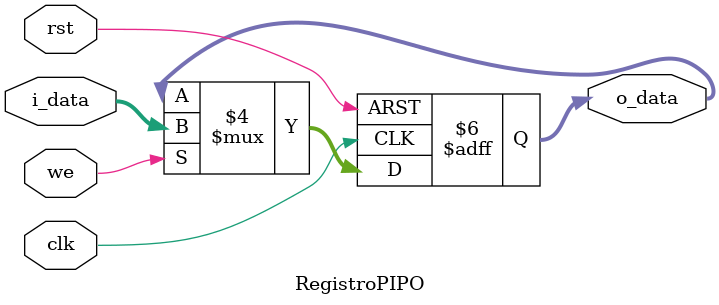
<source format=v>
`timescale 10ns / 100ps

module RegistroPIPO #(
    parameter REGISTER_WIDTH = 16) (
    input we,
    input clk,
    input rst,
    input [REGISTER_WIDTH-1:0] i_data,
    output reg [REGISTER_WIDTH-1:0] o_data);

    initial o_data = 0;

    always @( posedge clk or posedge rst) begin
        if ( rst == 1 )
            o_data <= 0;
        else if ( we )
            o_data <= i_data;
    end

endmodule
</source>
